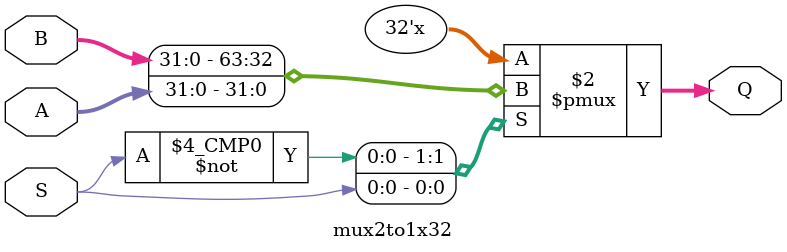
<source format=v>

module Project5(ibus,ibus0,clk,Aselect,Bselect,Dselect,Imm,S,Cin,LW,SW,BEQ,BNE);
input clk;
input [31:0] ibus;
output [31:0] Aselect,Bselect,Dselect;
output Imm,Cin,LW,SW,BEQ,BNE;
output [2:0] S;

output [31:0] ibus0;
wire [31:0] Dselect0;
wire [31:0] Dselect1;
wire Imm0,Cin0,LW0,SW0;
wire [2:0] S0;
//module ff32(clk,in,out);
//ff32 a1(clk,ibus,ibus0);
//module op(ibus,Imm,Cin,S,LW,SW,BEQ,BNE);
op d1(ibus0,Imm0,Cin0,S0,LW0,SW0,BEQ,BNE);
//decoder5to32(in,out); 
decoder5to32 b1(ibus0[25:21],Aselect);
decoder5to32 b2(ibus0[20:16],Bselect);
decoder5to32 b3(ibus0[15:11],Dselect0);
//module mux2to1x32(A,B,S,Q);
mux2to1x32 c1(Bselect,Dselect0,Imm0,Dselect1);
//module ff32(clk,in,out);
ff32 a2(clk,Dselect1,Dselect);
//module ff5(clk,Iin,Sin,Cin,LWin,SWin,Iout,Sout,Cout,LWout,SWout);
ff5 g1(clk,Imm0,S0,Cin0,LW0,SW0,Imm,S,Cin,LW,SW);
endmodule



module ff32(clk,in,out);
input clk; 
input [31:0] in;
output reg [31:0] out;

always @ (posedge clk)
begin 
out=in;
end
endmodule



module ff5(clk,Iin,Sin,Cin,LWin,SWin,Iout,Sout,Cout,LWout,SWout);
input Iin,Cin,clk,LWin,SWin;
input [2:0] Sin;
output reg Iout,Cout,LWout,SWout;
output reg [2:0] Sout;

always @ (posedge clk)
begin
LWout = LWin;
SWout = SWin;
Iout = Iin;
Cout = Cin;
Sout = Sin;
end
endmodule


module decoder5to32(in,out); 
input [4:0] in;
output reg [31:0] out;

always @ (*)
begin
case(in)
5'b00000:out = 32'h1;
5'b00001:out = 32'h2;
5'b00010:out = 32'h4;
5'b00011:out = 32'h8;
5'b00100:out = 32'h10;
5'b00101:out = 32'h20;
5'b00110:out = 32'h40;
5'b00111:out = 32'h80;
5'b01000:out = 32'h100;
5'b01001:out = 32'h200;
5'b01010:out = 32'h400;
5'b01011:out = 32'h800;
5'b01100:out = 32'h1000;
5'b01101:out = 32'h2000;
5'b01110:out = 32'h4000;
5'b01111:out = 32'h8000;

5'b10000:out = 32'h10000;
5'b10001:out = 32'h20000;
5'b10010:out = 32'h40000;
5'b10011:out = 32'h80000;
5'b10100:out = 32'h100000;
5'b10101:out = 32'h200000;
5'b10110:out = 32'h400000;
5'b10111:out = 32'h800000;
5'b11000:out = 32'h1000000;
5'b11001:out = 32'h2000000;
5'b11010:out = 32'h4000000;
5'b11011:out = 32'h8000000;
5'b11100:out = 32'h10000000;
5'b11101:out = 32'h20000000;
5'b11110:out = 32'h40000000;
5'b11111:out = 32'h80000000;
default:out = 32'h0;
endcase
end
endmodule 



module op(ibus,Imm,Cin,S,LW,SW,BEQ,BNE);
input [31:0] ibus;
output reg Imm,Cin,LW,SW,BEQ,BNE;
output reg [2:0] S;

wire I;

always @ (*)
begin 


if(ibus[31:26] == 6'b000000 && ibus[5:0] == 6'b000011) begin S=3'b010; Imm = 0; Cin = 0; LW = 0; SW = 0; BEQ = 0; BNE =0; end //add
else if(ibus[31:26] == 6'b000000 && ibus[5:0] == 6'b000010) begin S=3'b011; Imm = 0; Cin = 1; LW = 0; SW = 0; BEQ = 0; BNE =0; end //sub
else if(ibus[31:26] == 6'b000000 && ibus[5:0] == 6'b000001) begin S=3'b000; Imm = 0; Cin = 0; LW = 0; SW = 0; BEQ = 0; BNE =0; end //xor
else if(ibus[31:26] == 6'b000000 && ibus[5:0] == 6'b000111) begin S=3'b110; Imm = 0; Cin = 0; LW = 0; SW = 0; BEQ = 0; BNE =0; end //and
else if(ibus[31:26] == 6'b000000 && ibus[5:0] == 6'b000100) begin S=3'b100; Imm = 0; Cin = 0; LW = 0; SW = 0; BEQ = 0; BNE =0; end //or
else if(ibus[31:26] == 6'b000011) begin S=3'b010; Imm = 1; Cin = 0; LW = 0; SW = 0; BEQ = 0; BNE =0; end //addi
else if(ibus[31:26] == 6'b000010) begin S=3'b011; Imm = 1; Cin = 1; LW = 0; SW = 0; BEQ = 0; BNE =0; end //subi
else if(ibus[31:26] == 6'b000001) begin S=3'b000; Imm = 1; Cin = 0; LW = 0; SW = 0; BEQ = 0; BNE =0; end //xori
else if(ibus[31:26] == 6'b001111) begin S=3'b110; Imm = 1; Cin = 0; LW = 0; SW = 0; BEQ = 0; BNE =0; end //andi
else if(ibus[31:26] == 6'b001100) begin S=3'b100; Imm = 1; Cin = 0; LW = 0; SW = 0; BEQ = 0; BNE =0; end //ori
else if(ibus[31:26] == 6'b011110) begin S=3'b010; Imm = 1; Cin = 0; LW = 1; SW = 0; BEQ = 0; BNE =0; end//LW
else if(ibus[31:26] == 6'b011111) begin S=3'b010; Imm = 1; Cin = 0; LW = 0; SW = 1; BEQ = 0; BNE =0; end//SW 
else if(ibus[31:26] == 6'b110000) begin S=3'b010; Imm = 1; Cin = 0; LW = 0; SW = 1; BEQ = 1; BNE =0; end//Beq
else if(ibus[31:26] == 6'b110001) begin S=3'b010; Imm = 1; Cin = 0; LW = 0; SW = 1; BEQ = 0; BNE =1; end//Bne

else begin S=3'b111; Imm = 1; Cin = 0; LW = 0; SW = 0; BEQ = 0; BNE =0; end
end


endmodule

module mux2to1x32(A,B,S,Q);
input [31:0]A,B;
input S;
output reg [31:0]Q;

always@(*)
begin 
case(S)
1'b0:Q=B;
1'b1:Q=A;
endcase
end
endmodule
</source>
